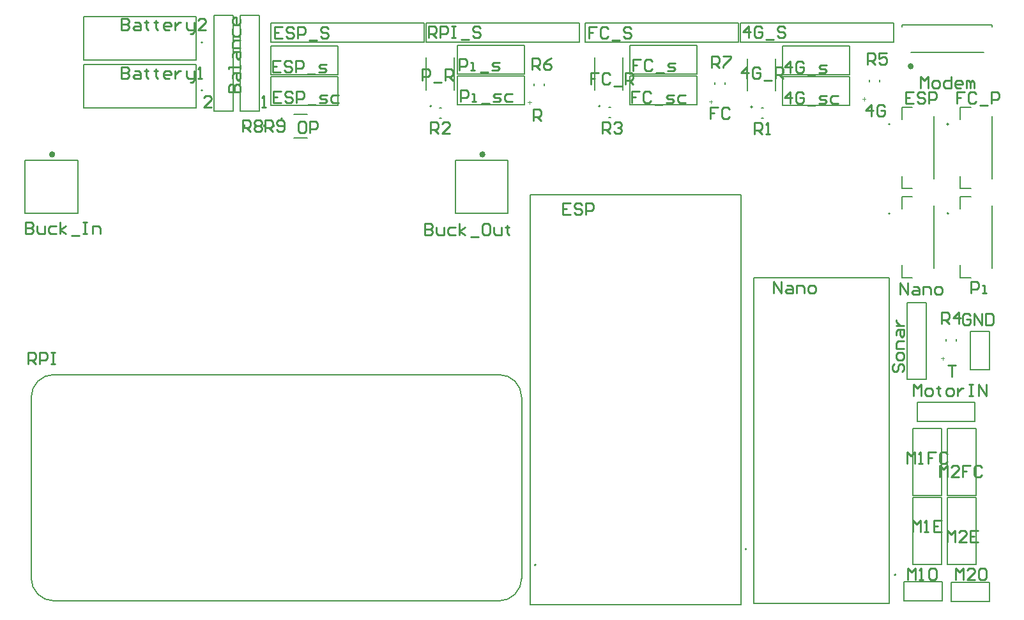
<source format=gbr>
%TF.GenerationSoftware,Altium Limited,Altium Designer,25.1.2 (22)*%
G04 Layer_Color=65535*
%FSLAX45Y45*%
%MOMM*%
%TF.SameCoordinates,50AF8CB0-8788-4631-97D4-B92DF93AA5B5*%
%TF.FilePolarity,Positive*%
%TF.FileFunction,Legend,Top*%
%TF.Part,Single*%
G01*
G75*
%TA.AperFunction,NonConductor*%
%ADD50C,0.20000*%
%ADD51C,0.40000*%
%ADD52C,0.12700*%
%ADD53C,0.25400*%
%ADD54C,0.10000*%
D50*
X12252800Y11411600D02*
G03*
X12252800Y11411600I-10000J0D01*
G01*
X14076300Y11183700D02*
G03*
X14076300Y11183700I-10000J0D01*
G01*
X14850999D02*
G03*
X14850999Y11183700I-10000J0D01*
G01*
X10233500Y11421600D02*
G03*
X10233500Y11421600I-10000J0D01*
G01*
X14076300Y9999600D02*
G03*
X14076300Y9999600I-10000J0D01*
G01*
X7998300Y11421600D02*
G03*
X7998300Y11421600I-10000J0D01*
G01*
X14850999Y9999600D02*
G03*
X14850999Y9999600I-10000J0D01*
G01*
X12176100Y5549900D02*
G03*
X12176100Y5549900I-10000J0D01*
G01*
X14154900Y5207000D02*
G03*
X14154900Y5207000I-10000J0D01*
G01*
X4966500Y12266300D02*
G03*
X4966500Y12266300I-10000J0D01*
G01*
Y11633200D02*
G03*
X4966500Y11633200I-10000J0D01*
G01*
X6020900Y11257200D02*
G03*
X6020900Y11257200I-10000J0D01*
G01*
X9382600Y5339700D02*
G03*
X9382600Y5339700I-10000J0D01*
G01*
X15138400Y8432800D02*
X15392400D01*
Y7924800D02*
Y8432800D01*
X15138400Y7924800D02*
X15392400D01*
X15138400D02*
Y8432800D01*
X5461000Y12623800D02*
X5715000D01*
Y11353800D02*
Y12623800D01*
X5461000Y11353800D02*
Y12623800D01*
Y11353800D02*
X5715000D01*
X5118100Y12623800D02*
X5372100D01*
Y11353800D02*
Y12623800D01*
X5118100Y11353800D02*
Y12623800D01*
Y11353800D02*
X5372100D01*
X13538200Y11836400D02*
Y12217400D01*
X12649200Y11836400D02*
X13538200D01*
X12649200D02*
Y12217400D01*
X13538200D01*
X12649200Y11811000D02*
X13538200D01*
X12649200Y11430000D02*
Y11811000D01*
Y11430000D02*
X13538200D01*
Y11811000D01*
X5867400Y12217400D02*
X6756400D01*
X5867400Y11836400D02*
Y12217400D01*
Y11836400D02*
X6756400D01*
Y12217400D01*
X5867400Y11811000D02*
X6756400D01*
X5867400Y11430000D02*
Y11811000D01*
Y11430000D02*
X6756400D01*
Y11811000D01*
X10629900Y12230100D02*
X11518900D01*
X10629900Y11849100D02*
Y12230100D01*
Y11849100D02*
X11518900D01*
Y12230100D01*
X10629900Y11823700D02*
X11518900D01*
X10629900Y11442700D02*
Y11823700D01*
Y11442700D02*
X11518900D01*
Y11823700D01*
X14376401Y5346700D02*
X14757401D01*
X14376401D02*
Y6235700D01*
X14757401D01*
Y5346700D02*
Y6235700D01*
X14376401Y6261100D02*
X14757401D01*
X14376401D02*
Y7150100D01*
X14757401D01*
Y6261100D02*
Y7150100D01*
X14770100Y4864100D02*
Y5118100D01*
X14262100Y4864100D02*
X14770100D01*
X14262100D02*
Y5118100D01*
X14770100D01*
X14833600Y5346700D02*
X15214600D01*
X14833600D02*
Y6235700D01*
X15214600D01*
Y5346700D02*
Y6235700D01*
X14833600Y6261100D02*
X15214600D01*
X14833600D02*
Y7150100D01*
X15214600D01*
Y6261100D02*
Y7150100D01*
X15392400Y4851400D02*
Y5105400D01*
X14884399Y4851400D02*
X15392400D01*
X14884399D02*
Y5105400D01*
X15392400D01*
X15430499Y12471400D02*
Y12499300D01*
X14350999Y12136100D02*
X15316200D01*
X14236700Y12471400D02*
Y12499300D01*
X15430499D01*
X8343900Y12230100D02*
X9232900D01*
X8343900Y11849100D02*
Y12230100D01*
Y11849100D02*
X9232900D01*
Y12230100D01*
X8343900Y11823700D02*
X9232900D01*
X8343900Y11442700D02*
Y11823700D01*
Y11442700D02*
X9232900D01*
Y11823700D01*
X12090400Y12268200D02*
Y12522200D01*
X14122400D01*
Y12268200D02*
Y12522200D01*
X12090400Y12268200D02*
X14122400D01*
X10033000D02*
Y12522200D01*
X12065000D01*
Y12268200D02*
Y12522200D01*
X10033000Y12268200D02*
X12065000D01*
X7924800D02*
Y12522200D01*
X9956800D01*
Y12268200D02*
Y12522200D01*
X7924800Y12268200D02*
X9956800D01*
X5867400D02*
Y12522200D01*
X7899400D01*
Y12268200D02*
Y12522200D01*
X5867400Y12268200D02*
X7899400D01*
X14439900Y7239000D02*
X15201900D01*
Y7493000D01*
X14439900D02*
X15201900D01*
X14439900Y7239000D02*
Y7493000D01*
X14300200Y7797800D02*
X14554201D01*
X14300200D02*
Y8813800D01*
X14554201Y7797800D02*
Y8813800D01*
X14300200D02*
X14554201D01*
D51*
X14370345Y11950700D02*
G03*
X14370345Y11950700I-19344J0D01*
G01*
X8694100Y10782300D02*
G03*
X8694100Y10782300I-20000J0D01*
G01*
X2991800D02*
G03*
X2991800Y10782300I-20000J0D01*
G01*
D52*
X8893600Y4862700D02*
G03*
X9193600Y5162700I0J300000D01*
G01*
X2693600D02*
G03*
X2993600Y4862700I300000J0D01*
G01*
Y7862700D02*
G03*
X2693600Y7562700I0J-300000D01*
G01*
X9193600D02*
G03*
X8893600Y7862700I-300000J0D01*
G01*
X12184800Y11623600D02*
Y12054600D01*
X12554800Y11623600D02*
Y12054600D01*
X14656300Y10456200D02*
Y11286200D01*
X14231300Y11408700D02*
X14374300D01*
X14231300Y11246200D02*
Y11408700D01*
Y10333700D02*
Y10496200D01*
Y10333700D02*
X14374300D01*
X15006000D02*
X15149001D01*
X15006000D02*
Y10496200D01*
Y11246200D02*
Y11408700D01*
X15149001D01*
X15431000Y10456200D02*
Y11286200D01*
X10535500Y11633600D02*
Y12064600D01*
X10165500Y11633600D02*
Y12064600D01*
X14656300Y9272100D02*
Y10102100D01*
X14231300Y10224600D02*
X14374300D01*
X14231300Y10062100D02*
Y10224600D01*
Y9149600D02*
Y9312100D01*
Y9149600D02*
X14374300D01*
X8300300Y11633600D02*
Y12064600D01*
X7930300Y11633600D02*
Y12064600D01*
X15431000Y9272100D02*
Y10102100D01*
X15006000Y10224600D02*
X15149001D01*
X15006000Y10062100D02*
Y10224600D01*
Y9149600D02*
Y9312100D01*
Y9149600D02*
X15149001D01*
X12101100Y4810900D02*
Y10250900D01*
X9311100Y4810900D02*
X12101100D01*
X9311100D02*
Y10250900D01*
X12101100D01*
X12370500Y11396400D02*
X12394500D01*
X12370500Y11260400D02*
X12394500D01*
X10351200Y11409100D02*
X10375200D01*
X10351200Y11273100D02*
X10375200D01*
X8103300Y11396400D02*
X8127300D01*
X8103300Y11260400D02*
X8127300D01*
X14069901Y4825000D02*
Y9145000D01*
X12269900D02*
X14069901D01*
X12269900Y4825000D02*
Y9145000D01*
Y4825000D02*
X14069901D01*
X3386500Y12606300D02*
X4876500D01*
Y12031300D02*
Y12606300D01*
X3386500Y12031300D02*
X4876500D01*
X3386500D02*
Y12606300D01*
Y11973200D02*
X4876500D01*
Y11398200D02*
Y11973200D01*
X3386500Y11398200D02*
X4876500D01*
X3386500D02*
Y11973200D01*
X13800400Y11748200D02*
Y11772200D01*
X13936400Y11748200D02*
Y11772200D01*
X11891700Y11710100D02*
Y11734100D01*
X11755700Y11710100D02*
Y11734100D01*
X14816400Y8306500D02*
Y8330500D01*
X14952400Y8306500D02*
Y8330500D01*
X9355400Y11697400D02*
Y11721400D01*
X9491400Y11697400D02*
Y11721400D01*
X6170900Y11000200D02*
X6350900D01*
X6170900Y11314200D02*
X6350900D01*
X5656000Y11153700D02*
Y11177700D01*
X5520000Y11153700D02*
Y11177700D01*
X5909800Y11153700D02*
Y11177700D01*
X5773800Y11153700D02*
Y11177700D01*
X3408600Y7862700D02*
X4243600D01*
X4668600D02*
X5503600D01*
X9193600Y5162700D02*
Y7562700D01*
X2993600Y4862700D02*
X8893600D01*
X2693600Y5162700D02*
Y7562700D01*
X2993600Y7862700D02*
X8893600D01*
X8314100Y10703300D02*
X9014100D01*
X8314100Y10003300D02*
Y10703300D01*
Y10003300D02*
X9014100D01*
Y10703300D01*
X2611800D02*
X3311800D01*
X2611800Y10003300D02*
Y10703300D01*
Y10003300D02*
X3311800D01*
Y10703300D01*
D53*
X15138432Y8648683D02*
X15113042Y8674075D01*
X15062257D01*
X15036867Y8648683D01*
Y8547117D01*
X15062257Y8521725D01*
X15113042D01*
X15138432Y8547117D01*
Y8597900D01*
X15087650D01*
X15189217Y8521725D02*
Y8674075D01*
X15290784Y8521725D01*
Y8674075D01*
X15341566D02*
Y8521725D01*
X15417743D01*
X15443134Y8547117D01*
Y8648683D01*
X15417743Y8674075D01*
X15341566D01*
X12179366Y11788321D02*
Y11940671D01*
X12103190Y11864496D01*
X12204758D01*
X12357108Y11915279D02*
X12331717Y11940671D01*
X12280933D01*
X12255541Y11915279D01*
Y11813712D01*
X12280933Y11788321D01*
X12331717D01*
X12357108Y11813712D01*
Y11864496D01*
X12306325D01*
X12407892Y11762929D02*
X12509459D01*
X12560243Y11788321D02*
Y11940671D01*
X12636418D01*
X12661810Y11915279D01*
Y11864496D01*
X12636418Y11839104D01*
X12560243D01*
X12611026D02*
X12661810Y11788321D01*
X5753108Y11404625D02*
X5803892D01*
X5778500D01*
Y11556975D01*
X5753108Y11531583D01*
X5079984Y11404625D02*
X4978417D01*
X5079984Y11506192D01*
Y11531583D01*
X5054592Y11556975D01*
X5003808D01*
X4978417Y11531583D01*
X13830318Y11290325D02*
Y11442675D01*
X13754141Y11366500D01*
X13855708D01*
X14008060Y11417283D02*
X13982668Y11442675D01*
X13931883D01*
X13906493Y11417283D01*
Y11315717D01*
X13931883Y11290325D01*
X13982668D01*
X14008060Y11315717D01*
Y11366500D01*
X13957275D01*
X12750866Y11861821D02*
Y12014171D01*
X12674690Y11937996D01*
X12776258D01*
X12928609Y11988779D02*
X12903217Y12014171D01*
X12852432D01*
X12827042Y11988779D01*
Y11887212D01*
X12852432Y11861821D01*
X12903217D01*
X12928609Y11887212D01*
Y11937996D01*
X12877824D01*
X12979391Y11836429D02*
X13080959D01*
X13131743Y11861821D02*
X13207918D01*
X13233310Y11887212D01*
X13207918Y11912604D01*
X13157133D01*
X13131743Y11937996D01*
X13157133Y11963388D01*
X13233310D01*
X12750890Y11455421D02*
Y11607771D01*
X12674715Y11531596D01*
X12776282D01*
X12928633Y11582379D02*
X12903241Y11607771D01*
X12852458D01*
X12827066Y11582379D01*
Y11480812D01*
X12852458Y11455421D01*
X12903241D01*
X12928633Y11480812D01*
Y11531596D01*
X12877849D01*
X12979417Y11430029D02*
X13080984D01*
X13131767Y11455421D02*
X13207944D01*
X13233334Y11480812D01*
X13207944Y11506204D01*
X13157159D01*
X13131767Y11531596D01*
X13157159Y11556988D01*
X13233334D01*
X13385686D02*
X13309509D01*
X13284119Y11531596D01*
Y11480812D01*
X13309509Y11455421D01*
X13385686D01*
X14389133Y11607775D02*
X14287566D01*
Y11455425D01*
X14389133D01*
X14287566Y11531600D02*
X14338348D01*
X14541484Y11582383D02*
X14516092Y11607775D01*
X14465308D01*
X14439917Y11582383D01*
Y11556992D01*
X14465308Y11531600D01*
X14516092D01*
X14541484Y11506208D01*
Y11480817D01*
X14516092Y11455425D01*
X14465308D01*
X14439917Y11480817D01*
X14592267Y11455425D02*
Y11607775D01*
X14668443D01*
X14693834Y11582383D01*
Y11531600D01*
X14668443Y11506208D01*
X14592267D01*
X5994482Y12026871D02*
X5892915D01*
Y11874521D01*
X5994482D01*
X5892915Y11950696D02*
X5943699D01*
X6146833Y12001479D02*
X6121441Y12026871D01*
X6070658D01*
X6045266Y12001479D01*
Y11976088D01*
X6070658Y11950696D01*
X6121441D01*
X6146833Y11925304D01*
Y11899912D01*
X6121441Y11874521D01*
X6070658D01*
X6045266Y11899912D01*
X6197617Y11874521D02*
Y12026871D01*
X6273792D01*
X6299184Y12001479D01*
Y11950696D01*
X6273792Y11925304D01*
X6197617D01*
X6349967Y11849129D02*
X6451534D01*
X6502318Y11874521D02*
X6578493D01*
X6603885Y11899912D01*
X6578493Y11925304D01*
X6527710D01*
X6502318Y11950696D01*
X6527710Y11976088D01*
X6603885D01*
X6007207Y11620471D02*
X5905640D01*
Y11468121D01*
X6007207D01*
X5905640Y11544296D02*
X5956423D01*
X6159558Y11595079D02*
X6134166Y11620471D01*
X6083382D01*
X6057990Y11595079D01*
Y11569688D01*
X6083382Y11544296D01*
X6134166D01*
X6159558Y11518904D01*
Y11493512D01*
X6134166Y11468121D01*
X6083382D01*
X6057990Y11493512D01*
X6210341Y11468121D02*
Y11620471D01*
X6286517D01*
X6311908Y11595079D01*
Y11544296D01*
X6286517Y11518904D01*
X6210341D01*
X6362692Y11442729D02*
X6464259D01*
X6515043Y11468121D02*
X6591218D01*
X6616610Y11493512D01*
X6591218Y11518904D01*
X6540434D01*
X6515043Y11544296D01*
X6540434Y11569688D01*
X6616610D01*
X6768961D02*
X6692785D01*
X6667393Y11544296D01*
Y11493512D01*
X6692785Y11468121D01*
X6768961D01*
X11798308Y11404575D02*
X11696741D01*
Y11328400D01*
X11747525D01*
X11696741D01*
Y11252225D01*
X11950659Y11379183D02*
X11925267Y11404575D01*
X11874484D01*
X11849092Y11379183D01*
Y11277617D01*
X11874484Y11252225D01*
X11925267D01*
X11950659Y11277617D01*
X15062257Y11607771D02*
X14960690D01*
Y11531596D01*
X15011475D01*
X14960690D01*
Y11455421D01*
X15214607Y11582379D02*
X15189217Y11607771D01*
X15138432D01*
X15113042Y11582379D01*
Y11480812D01*
X15138432Y11455421D01*
X15189217D01*
X15214607Y11480812D01*
X15265392Y11430029D02*
X15366959D01*
X15417743Y11455421D02*
Y11607771D01*
X15493918D01*
X15519310Y11582379D01*
Y11531596D01*
X15493918Y11506204D01*
X15417743D01*
X10210858Y11861771D02*
X10109290D01*
Y11785596D01*
X10160074D01*
X10109290D01*
Y11709421D01*
X10363208Y11836379D02*
X10337817Y11861771D01*
X10287033D01*
X10261641Y11836379D01*
Y11734812D01*
X10287033Y11709421D01*
X10337817D01*
X10363208Y11734812D01*
X10413992Y11684029D02*
X10515559D01*
X10566343Y11709421D02*
Y11861771D01*
X10642518D01*
X10667910Y11836379D01*
Y11785596D01*
X10642518Y11760204D01*
X10566343D01*
X10617126D02*
X10667910Y11709421D01*
X10769658Y12039571D02*
X10668090D01*
Y11963396D01*
X10718874D01*
X10668090D01*
Y11887221D01*
X10922008Y12014179D02*
X10896617Y12039571D01*
X10845833D01*
X10820441Y12014179D01*
Y11912612D01*
X10845833Y11887221D01*
X10896617D01*
X10922008Y11912612D01*
X10972792Y11861829D02*
X11074359D01*
X11125143Y11887221D02*
X11201318D01*
X11226710Y11912612D01*
X11201318Y11938004D01*
X11150534D01*
X11125143Y11963396D01*
X11150534Y11988788D01*
X11226710D01*
X10756982Y11620471D02*
X10655415D01*
Y11544296D01*
X10706199D01*
X10655415D01*
Y11468121D01*
X10909333Y11595079D02*
X10883941Y11620471D01*
X10833158D01*
X10807766Y11595079D01*
Y11493512D01*
X10833158Y11468121D01*
X10883941D01*
X10909333Y11493512D01*
X10960117Y11442729D02*
X11061684D01*
X11112467Y11468121D02*
X11188643D01*
X11214034Y11493512D01*
X11188643Y11518904D01*
X11137859D01*
X11112467Y11544296D01*
X11137859Y11569688D01*
X11214034D01*
X11366385D02*
X11290210D01*
X11264818Y11544296D01*
Y11493512D01*
X11290210Y11468121D01*
X11366385D01*
X14376462Y5778525D02*
Y5930875D01*
X14427245Y5880092D01*
X14478029Y5930875D01*
Y5778525D01*
X14528812D02*
X14579596D01*
X14554204D01*
Y5930875D01*
X14528812Y5905483D01*
X14757339Y5930875D02*
X14655771D01*
Y5778525D01*
X14757339D01*
X14655771Y5854700D02*
X14706555D01*
X14300285Y6680225D02*
Y6832575D01*
X14351070Y6781792D01*
X14401854Y6832575D01*
Y6680225D01*
X14452637D02*
X14503421D01*
X14478029D01*
Y6832575D01*
X14452637Y6807183D01*
X14681163Y6832575D02*
X14579596D01*
Y6756400D01*
X14630379D01*
X14579596D01*
Y6680225D01*
X14833514Y6807183D02*
X14808122Y6832575D01*
X14757339D01*
X14731947Y6807183D01*
Y6705617D01*
X14757339Y6680225D01*
X14808122D01*
X14833514Y6705617D01*
X14312962Y5143525D02*
Y5295875D01*
X14363745Y5245092D01*
X14414529Y5295875D01*
Y5143525D01*
X14465312D02*
X14516096D01*
X14490704D01*
Y5295875D01*
X14465312Y5270483D01*
X14668446Y5295875D02*
X14617664D01*
X14592271Y5270483D01*
Y5168917D01*
X14617664Y5143525D01*
X14668446D01*
X14693839Y5168917D01*
Y5270483D01*
X14668446Y5295875D01*
X14833665Y5638825D02*
Y5791175D01*
X14884448Y5740392D01*
X14935233Y5791175D01*
Y5638825D01*
X15087584D02*
X14986017D01*
X15087584Y5740392D01*
Y5765783D01*
X15062192Y5791175D01*
X15011407D01*
X14986017Y5765783D01*
X15239934Y5791175D02*
X15138367D01*
Y5638825D01*
X15239934D01*
X15138367Y5715000D02*
X15189151D01*
X14732091Y6502425D02*
Y6654775D01*
X14782874Y6603992D01*
X14833658Y6654775D01*
Y6502425D01*
X14986008D02*
X14884441D01*
X14986008Y6603992D01*
Y6629383D01*
X14960617Y6654775D01*
X14909833D01*
X14884441Y6629383D01*
X15138359Y6654775D02*
X15036792D01*
Y6578600D01*
X15087575D01*
X15036792D01*
Y6502425D01*
X15290710Y6629383D02*
X15265318Y6654775D01*
X15214534D01*
X15189143Y6629383D01*
Y6527817D01*
X15214534Y6502425D01*
X15265318D01*
X15290710Y6527817D01*
X14947966Y5143525D02*
Y5295875D01*
X14998749Y5245092D01*
X15049533Y5295875D01*
Y5143525D01*
X15201884D02*
X15100317D01*
X15201884Y5245092D01*
Y5270483D01*
X15176492Y5295875D01*
X15125708D01*
X15100317Y5270483D01*
X15328844Y5295875D02*
X15278059D01*
X15252667Y5270483D01*
Y5168917D01*
X15278059Y5143525D01*
X15328844D01*
X15354234Y5168917D01*
Y5270483D01*
X15328844Y5295875D01*
X14484296Y11658625D02*
Y11810975D01*
X14535078Y11760192D01*
X14585863Y11810975D01*
Y11658625D01*
X14662038D02*
X14712820D01*
X14738213Y11684017D01*
Y11734800D01*
X14712820Y11760192D01*
X14662038D01*
X14636646Y11734800D01*
Y11684017D01*
X14662038Y11658625D01*
X14890564Y11810975D02*
Y11658625D01*
X14814388D01*
X14788995Y11684017D01*
Y11734800D01*
X14814388Y11760192D01*
X14890564D01*
X15017522Y11658625D02*
X14966739D01*
X14941347Y11684017D01*
Y11734800D01*
X14966739Y11760192D01*
X15017522D01*
X15042914Y11734800D01*
Y11709408D01*
X14941347D01*
X15093698Y11658625D02*
Y11760192D01*
X15119090D01*
X15144481Y11734800D01*
Y11658625D01*
Y11734800D01*
X15169873Y11760192D01*
X15195265Y11734800D01*
Y11658625D01*
X14211391Y8928125D02*
Y9080475D01*
X14312958Y8928125D01*
Y9080475D01*
X14389133Y9029692D02*
X14439917D01*
X14465308Y9004300D01*
Y8928125D01*
X14389133D01*
X14363741Y8953517D01*
X14389133Y8978908D01*
X14465308D01*
X14516092Y8928125D02*
Y9029692D01*
X14592267D01*
X14617659Y9004300D01*
Y8928125D01*
X14693834D02*
X14744618D01*
X14770010Y8953517D01*
Y9004300D01*
X14744618Y9029692D01*
X14693834D01*
X14668443Y9004300D01*
Y8953517D01*
X14693834Y8928125D01*
X7874066Y11762921D02*
Y11915271D01*
X7950241D01*
X7975633Y11889879D01*
Y11839096D01*
X7950241Y11813704D01*
X7874066D01*
X8026417Y11737529D02*
X8127984D01*
X8178767Y11762921D02*
Y11915271D01*
X8254943D01*
X8280334Y11889879D01*
Y11839096D01*
X8254943Y11813704D01*
X8178767D01*
X8229551D02*
X8280334Y11762921D01*
X15151134Y8940825D02*
Y9093175D01*
X15227309D01*
X15252699Y9067783D01*
Y9017000D01*
X15227309Y8991608D01*
X15151134D01*
X15303484Y8940825D02*
X15354266D01*
X15328876D01*
Y9042392D01*
X15303484D01*
X8369386Y11899921D02*
Y12052271D01*
X8445562D01*
X8470954Y12026879D01*
Y11976096D01*
X8445562Y11950704D01*
X8369386D01*
X8521737Y11899921D02*
X8572521D01*
X8547129D01*
Y12001488D01*
X8521737D01*
X8648696Y11874529D02*
X8750263D01*
X8801047Y11899921D02*
X8877222D01*
X8902614Y11925312D01*
X8877222Y11950704D01*
X8826439D01*
X8801047Y11976096D01*
X8826439Y12001488D01*
X8902614D01*
X8382111Y11480821D02*
Y11633171D01*
X8458286D01*
X8483678Y11607779D01*
Y11556996D01*
X8458286Y11531604D01*
X8382111D01*
X8534462Y11480821D02*
X8585245D01*
X8559854D01*
Y11582388D01*
X8534462D01*
X8661421Y11455429D02*
X8762988D01*
X8813771Y11480821D02*
X8889947D01*
X8915339Y11506212D01*
X8889947Y11531604D01*
X8839163D01*
X8813771Y11556996D01*
X8839163Y11582388D01*
X8915339D01*
X9067689D02*
X8991514D01*
X8966122Y11556996D01*
Y11506212D01*
X8991514Y11480821D01*
X9067689D01*
X14846317Y7988275D02*
X14947884D01*
X14897099D01*
Y7835925D01*
X9842533Y10134575D02*
X9740966D01*
Y9982225D01*
X9842533D01*
X9740966Y10058400D02*
X9791749D01*
X9994884Y10109183D02*
X9969492Y10134575D01*
X9918708D01*
X9893317Y10109183D01*
Y10083792D01*
X9918708Y10058400D01*
X9969492D01*
X9994884Y10033008D01*
Y10007617D01*
X9969492Y9982225D01*
X9918708D01*
X9893317Y10007617D01*
X10045667Y9982225D02*
Y10134575D01*
X10121843D01*
X10147234Y10109183D01*
Y10058400D01*
X10121843Y10033008D01*
X10045667D01*
X9348817Y11229825D02*
Y11382175D01*
X9424992D01*
X9450384Y11356783D01*
Y11306000D01*
X9424992Y11280608D01*
X9348817D01*
X9399600D02*
X9450384Y11229825D01*
X12280933Y11049025D02*
Y11201375D01*
X12357108D01*
X12382500Y11175983D01*
Y11125200D01*
X12357108Y11099808D01*
X12280933D01*
X12331717D02*
X12382500Y11049025D01*
X12433284D02*
X12484067D01*
X12458676D01*
Y11201375D01*
X12433284Y11175983D01*
X10261641Y11061725D02*
Y11214075D01*
X10337817D01*
X10363208Y11188683D01*
Y11137900D01*
X10337817Y11112508D01*
X10261641D01*
X10312425D02*
X10363208Y11061725D01*
X10413992Y11188683D02*
X10439384Y11214075D01*
X10490167D01*
X10515559Y11188683D01*
Y11163292D01*
X10490167Y11137900D01*
X10464775D01*
X10490167D01*
X10515559Y11112508D01*
Y11087117D01*
X10490167Y11061725D01*
X10439384D01*
X10413992Y11087117D01*
X7988341Y11061725D02*
Y11214075D01*
X8064517D01*
X8089908Y11188683D01*
Y11137900D01*
X8064517Y11112508D01*
X7988341D01*
X8039125D02*
X8089908Y11061725D01*
X8242259D02*
X8140692D01*
X8242259Y11163292D01*
Y11188683D01*
X8216867Y11214075D01*
X8166084D01*
X8140692Y11188683D01*
X12534990Y8940825D02*
Y9093175D01*
X12636558Y8940825D01*
Y9093175D01*
X12712733Y9042392D02*
X12763517D01*
X12788908Y9017000D01*
Y8940825D01*
X12712733D01*
X12687341Y8966217D01*
X12712733Y8991608D01*
X12788908D01*
X12839693Y8940825D02*
Y9042392D01*
X12915868D01*
X12941258Y9017000D01*
Y8940825D01*
X13017435D02*
X13068217D01*
X13093610Y8966217D01*
Y9017000D01*
X13068217Y9042392D01*
X13017435D01*
X12992043Y9017000D01*
Y8966217D01*
X13017435Y8940825D01*
X3886381Y12583767D02*
Y12431416D01*
X3962556D01*
X3987948Y12456808D01*
Y12482200D01*
X3962556Y12507592D01*
X3886381D01*
X3962556D01*
X3987948Y12532984D01*
Y12558375D01*
X3962556Y12583767D01*
X3886381D01*
X4064123Y12532984D02*
X4114907D01*
X4140299Y12507592D01*
Y12431416D01*
X4064123D01*
X4038732Y12456808D01*
X4064123Y12482200D01*
X4140299D01*
X4216474Y12558375D02*
Y12532984D01*
X4191082D01*
X4241866D01*
X4216474D01*
Y12456808D01*
X4241866Y12431416D01*
X4343433Y12558375D02*
Y12532984D01*
X4318041D01*
X4368825D01*
X4343433D01*
Y12456808D01*
X4368825Y12431416D01*
X4521175D02*
X4470392D01*
X4445000Y12456808D01*
Y12507592D01*
X4470392Y12532984D01*
X4521175D01*
X4546567Y12507592D01*
Y12482200D01*
X4445000D01*
X4597351Y12532984D02*
Y12431416D01*
Y12482200D01*
X4622743Y12507592D01*
X4648134Y12532984D01*
X4673526D01*
X4749701D02*
Y12456808D01*
X4775093Y12431416D01*
X4851269D01*
Y12406024D01*
X4825877Y12380633D01*
X4800485D01*
X4851269Y12431416D02*
Y12532984D01*
X5003619Y12431416D02*
X4902052D01*
X5003619Y12532984D01*
Y12558375D01*
X4978228Y12583767D01*
X4927444D01*
X4902052Y12558375D01*
X3886373Y11937967D02*
Y11785617D01*
X3962548D01*
X3987940Y11811008D01*
Y11836400D01*
X3962548Y11861792D01*
X3886373D01*
X3962548D01*
X3987940Y11887184D01*
Y11912575D01*
X3962548Y11937967D01*
X3886373D01*
X4064115Y11887184D02*
X4114899D01*
X4140291Y11861792D01*
Y11785617D01*
X4064115D01*
X4038723Y11811008D01*
X4064115Y11836400D01*
X4140291D01*
X4216466Y11912575D02*
Y11887184D01*
X4191074D01*
X4241858D01*
X4216466D01*
Y11811008D01*
X4241858Y11785617D01*
X4343425Y11912575D02*
Y11887184D01*
X4318033D01*
X4368817D01*
X4343425D01*
Y11811008D01*
X4368817Y11785617D01*
X4521167D02*
X4470384D01*
X4444992Y11811008D01*
Y11861792D01*
X4470384Y11887184D01*
X4521167D01*
X4546559Y11861792D01*
Y11836400D01*
X4444992D01*
X4597343Y11887184D02*
Y11785617D01*
Y11836400D01*
X4622734Y11861792D01*
X4648126Y11887184D01*
X4673518D01*
X4749693D02*
Y11811008D01*
X4775085Y11785617D01*
X4851261D01*
Y11760225D01*
X4825869Y11734833D01*
X4800477D01*
X4851261Y11785617D02*
Y11887184D01*
X4902044Y11785617D02*
X4952828D01*
X4927436D01*
Y11937967D01*
X4902044Y11912575D01*
X12204766Y12331721D02*
Y12484071D01*
X12128590Y12407896D01*
X12230158D01*
X12382508Y12458679D02*
X12357117Y12484071D01*
X12306333D01*
X12280941Y12458679D01*
Y12357112D01*
X12306333Y12331721D01*
X12357117D01*
X12382508Y12357112D01*
Y12407896D01*
X12331725D01*
X12433292Y12306329D02*
X12534859D01*
X12687210Y12458679D02*
X12661818Y12484071D01*
X12611034D01*
X12585643Y12458679D01*
Y12433288D01*
X12611034Y12407896D01*
X12661818D01*
X12687210Y12382504D01*
Y12357112D01*
X12661818Y12331721D01*
X12611034D01*
X12585643Y12357112D01*
X10185458Y12471371D02*
X10083890D01*
Y12395196D01*
X10134674D01*
X10083890D01*
Y12319021D01*
X10337808Y12445979D02*
X10312417Y12471371D01*
X10261633D01*
X10236241Y12445979D01*
Y12344412D01*
X10261633Y12319021D01*
X10312417D01*
X10337808Y12344412D01*
X10388592Y12293629D02*
X10490159D01*
X10642510Y12445979D02*
X10617118Y12471371D01*
X10566334D01*
X10540943Y12445979D01*
Y12420588D01*
X10566334Y12395196D01*
X10617118D01*
X10642510Y12369804D01*
Y12344412D01*
X10617118Y12319021D01*
X10566334D01*
X10540943Y12344412D01*
X7963011Y12331721D02*
Y12484071D01*
X8039186D01*
X8064578Y12458679D01*
Y12407896D01*
X8039186Y12382504D01*
X7963011D01*
X8013794D02*
X8064578Y12331721D01*
X8115362D02*
Y12484071D01*
X8191537D01*
X8216929Y12458679D01*
Y12407896D01*
X8191537Y12382504D01*
X8115362D01*
X8267712Y12484071D02*
X8318496D01*
X8293104D01*
Y12331721D01*
X8267712D01*
X8318496D01*
X8394671Y12306329D02*
X8496239D01*
X8648589Y12458679D02*
X8623197Y12484071D01*
X8572414D01*
X8547022Y12458679D01*
Y12433288D01*
X8572414Y12407896D01*
X8623197D01*
X8648589Y12382504D01*
Y12357112D01*
X8623197Y12331721D01*
X8572414D01*
X8547022Y12357112D01*
X6019882Y12471371D02*
X5918315D01*
Y12319021D01*
X6019882D01*
X5918315Y12395196D02*
X5969099D01*
X6172233Y12445979D02*
X6146841Y12471371D01*
X6096058D01*
X6070666Y12445979D01*
Y12420588D01*
X6096058Y12395196D01*
X6146841D01*
X6172233Y12369804D01*
Y12344412D01*
X6146841Y12319021D01*
X6096058D01*
X6070666Y12344412D01*
X6223017Y12319021D02*
Y12471371D01*
X6299192D01*
X6324584Y12445979D01*
Y12395196D01*
X6299192Y12369804D01*
X6223017D01*
X6375367Y12293629D02*
X6476934D01*
X6629285Y12445979D02*
X6603893Y12471371D01*
X6553110D01*
X6527718Y12445979D01*
Y12420588D01*
X6553110Y12395196D01*
X6603893D01*
X6629285Y12369804D01*
Y12344412D01*
X6603893Y12319021D01*
X6553110D01*
X6527718Y12344412D01*
X5308649Y11607800D02*
X5461000D01*
Y11683975D01*
X5435608Y11709367D01*
X5410217D01*
X5384825Y11683975D01*
Y11607800D01*
Y11683975D01*
X5359433Y11709367D01*
X5334041D01*
X5308649Y11683975D01*
Y11607800D01*
X5359433Y11785543D02*
Y11836326D01*
X5384825Y11861718D01*
X5461000D01*
Y11785543D01*
X5435608Y11760151D01*
X5410217Y11785543D01*
Y11861718D01*
X5461000Y11912501D02*
Y11963285D01*
Y11937893D01*
X5308649D01*
Y11912501D01*
X5359433Y12064852D02*
Y12115636D01*
X5384825Y12141028D01*
X5461000D01*
Y12064852D01*
X5435608Y12039460D01*
X5410217Y12064852D01*
Y12141028D01*
X5461000Y12191811D02*
X5359433D01*
Y12267986D01*
X5384825Y12293378D01*
X5461000D01*
X5359433Y12445729D02*
Y12369554D01*
X5384825Y12344162D01*
X5435608D01*
X5461000Y12369554D01*
Y12445729D01*
Y12572688D02*
Y12521904D01*
X5435608Y12496512D01*
X5384825D01*
X5359433Y12521904D01*
Y12572688D01*
X5384825Y12598080D01*
X5410217D01*
Y12496512D01*
X14389256Y7581925D02*
Y7734275D01*
X14440041Y7683492D01*
X14490823Y7734275D01*
Y7581925D01*
X14566998D02*
X14617783D01*
X14643175Y7607317D01*
Y7658100D01*
X14617783Y7683492D01*
X14566998D01*
X14541608Y7658100D01*
Y7607317D01*
X14566998Y7581925D01*
X14719350Y7708883D02*
Y7683492D01*
X14693958D01*
X14744740D01*
X14719350D01*
Y7607317D01*
X14744740Y7581925D01*
X14846307D02*
X14897092D01*
X14922484Y7607317D01*
Y7658100D01*
X14897092Y7683492D01*
X14846307D01*
X14820917Y7658100D01*
Y7607317D01*
X14846307Y7581925D01*
X14973267Y7683492D02*
Y7581925D01*
Y7632708D01*
X14998659Y7658100D01*
X15024051Y7683492D01*
X15049443D01*
X15125618Y7734275D02*
X15176401D01*
X15151010D01*
Y7581925D01*
X15125618D01*
X15176401D01*
X15252577D02*
Y7734275D01*
X15354144Y7581925D01*
Y7734275D01*
X6311717Y11220675D02*
X6260933D01*
X6235541Y11195283D01*
Y11093716D01*
X6260933Y11068325D01*
X6311717D01*
X6337108Y11093716D01*
Y11195283D01*
X6311717Y11220675D01*
X6387892Y11068325D02*
Y11220675D01*
X6464067D01*
X6489459Y11195283D01*
Y11144500D01*
X6464067Y11119108D01*
X6387892D01*
X5791241Y11083424D02*
Y11235775D01*
X5867417D01*
X5892808Y11210383D01*
Y11159600D01*
X5867417Y11134208D01*
X5791241D01*
X5842025D02*
X5892808Y11083424D01*
X5943592Y11108816D02*
X5968984Y11083424D01*
X6019767D01*
X6045159Y11108816D01*
Y11210383D01*
X6019767Y11235775D01*
X5968984D01*
X5943592Y11210383D01*
Y11184992D01*
X5968984Y11159600D01*
X6045159D01*
X9334541Y11908525D02*
Y12060875D01*
X9410717D01*
X9436108Y12035483D01*
Y11984700D01*
X9410717Y11959308D01*
X9334541D01*
X9385325D02*
X9436108Y11908525D01*
X9588459Y12060875D02*
X9537675Y12035483D01*
X9486892Y11984700D01*
Y11933916D01*
X9512284Y11908525D01*
X9563067D01*
X9588459Y11933916D01*
Y11959308D01*
X9563067Y11984700D01*
X9486892D01*
X13779541Y11972025D02*
Y12124375D01*
X13855717D01*
X13881108Y12098983D01*
Y12048200D01*
X13855717Y12022808D01*
X13779541D01*
X13830325D02*
X13881108Y11972025D01*
X14033459Y12124375D02*
X13931892D01*
Y12048200D01*
X13982675Y12073592D01*
X14008067D01*
X14033459Y12048200D01*
Y11997416D01*
X14008067Y11972025D01*
X13957285D01*
X13931892Y11997416D01*
X14757442Y8534425D02*
Y8686775D01*
X14833617D01*
X14859007Y8661383D01*
Y8610600D01*
X14833617Y8585208D01*
X14757442D01*
X14808224D02*
X14859007Y8534425D01*
X14985966D02*
Y8686775D01*
X14909792Y8610600D01*
X15011359D01*
X7912281Y9867871D02*
Y9715521D01*
X7988456D01*
X8013848Y9740912D01*
Y9766304D01*
X7988456Y9791696D01*
X7912281D01*
X7988456D01*
X8013848Y9817088D01*
Y9842479D01*
X7988456Y9867871D01*
X7912281D01*
X8064632Y9817088D02*
Y9740912D01*
X8090023Y9715521D01*
X8166199D01*
Y9817088D01*
X8318550D02*
X8242374D01*
X8216982Y9791696D01*
Y9740912D01*
X8242374Y9715521D01*
X8318550D01*
X8369333D02*
Y9867871D01*
Y9766304D02*
X8445508Y9817088D01*
X8369333Y9766304D02*
X8445508Y9715521D01*
X8521684Y9690129D02*
X8623251D01*
X8750210Y9867871D02*
X8699426D01*
X8674034Y9842479D01*
Y9740912D01*
X8699426Y9715521D01*
X8750210D01*
X8775602Y9740912D01*
Y9842479D01*
X8750210Y9867871D01*
X8826385Y9817088D02*
Y9740912D01*
X8851777Y9715521D01*
X8927952D01*
Y9817088D01*
X9004128Y9842479D02*
Y9817088D01*
X8978736D01*
X9029519D01*
X9004128D01*
Y9740912D01*
X9029519Y9715521D01*
X2616360Y9880571D02*
Y9728221D01*
X2692536D01*
X2717928Y9753612D01*
Y9779004D01*
X2692536Y9804396D01*
X2616360D01*
X2692536D01*
X2717928Y9829788D01*
Y9855179D01*
X2692536Y9880571D01*
X2616360D01*
X2768711Y9829788D02*
Y9753612D01*
X2794103Y9728221D01*
X2870278D01*
Y9829788D01*
X3022629D02*
X2946454D01*
X2921062Y9804396D01*
Y9753612D01*
X2946454Y9728221D01*
X3022629D01*
X3073412D02*
Y9880571D01*
Y9779004D02*
X3149588Y9829788D01*
X3073412Y9779004D02*
X3149588Y9728221D01*
X3225763Y9702829D02*
X3327330D01*
X3378114Y9880571D02*
X3428897D01*
X3403506D01*
Y9728221D01*
X3378114D01*
X3428897D01*
X3505073D02*
Y9829788D01*
X3581248D01*
X3606640Y9804396D01*
Y9728221D01*
X2654358Y8001025D02*
Y8153375D01*
X2730533D01*
X2755925Y8127983D01*
Y8077200D01*
X2730533Y8051808D01*
X2654358D01*
X2705141D02*
X2755925Y8001025D01*
X2806708D02*
Y8153375D01*
X2882884D01*
X2908276Y8127983D01*
Y8077200D01*
X2882884Y8051808D01*
X2806708D01*
X2959059Y8153375D02*
X3009843D01*
X2984451D01*
Y8001025D01*
X2959059D01*
X3009843D01*
X5499141Y11087125D02*
Y11239475D01*
X5575317D01*
X5600708Y11214083D01*
Y11163300D01*
X5575317Y11137908D01*
X5499141D01*
X5549925D02*
X5600708Y11087125D01*
X5651492Y11214083D02*
X5676884Y11239475D01*
X5727667D01*
X5753059Y11214083D01*
Y11188692D01*
X5727667Y11163300D01*
X5753059Y11137908D01*
Y11112517D01*
X5727667Y11087125D01*
X5676884D01*
X5651492Y11112517D01*
Y11137908D01*
X5676884Y11163300D01*
X5651492Y11188692D01*
Y11214083D01*
X5676884Y11163300D02*
X5727667D01*
X11709441Y11933925D02*
Y12086275D01*
X11785617D01*
X11811008Y12060883D01*
Y12010100D01*
X11785617Y11984708D01*
X11709441D01*
X11760225D02*
X11811008Y11933925D01*
X11861792Y12086275D02*
X11963359D01*
Y12060883D01*
X11861792Y11959316D01*
Y11933925D01*
X14135117Y8001078D02*
X14109724Y7975686D01*
Y7924903D01*
X14135117Y7899511D01*
X14160509D01*
X14185899Y7924903D01*
Y7975686D01*
X14211292Y8001078D01*
X14236684D01*
X14262074Y7975686D01*
Y7924903D01*
X14236684Y7899511D01*
X14262074Y8077253D02*
Y8128037D01*
X14236684Y8153429D01*
X14185899D01*
X14160509Y8128037D01*
Y8077253D01*
X14185899Y8051861D01*
X14236684D01*
X14262074Y8077253D01*
Y8204212D02*
X14160509D01*
Y8280388D01*
X14185899Y8305779D01*
X14262074D01*
X14160509Y8381955D02*
Y8432738D01*
X14185899Y8458130D01*
X14262074D01*
Y8381955D01*
X14236684Y8356563D01*
X14211292Y8381955D01*
Y8458130D01*
X14160509Y8508914D02*
X14262074D01*
X14211292D01*
X14185899Y8534306D01*
X14160509Y8559697D01*
Y8585089D01*
D54*
X13756500Y11518900D02*
X13709848D01*
X13733174Y11495574D02*
Y11542226D01*
X11724500Y11480800D02*
X11677848D01*
X11701174Y11457474D02*
Y11504126D01*
X14797900Y8077200D02*
X14751248D01*
X14774574Y8053874D02*
Y8100526D01*
X9324200Y11471099D02*
X9277548D01*
X9300874Y11447774D02*
Y11494425D01*
%TF.MD5,7434649606ecc4a263aac4d5f42e8107*%
M02*

</source>
